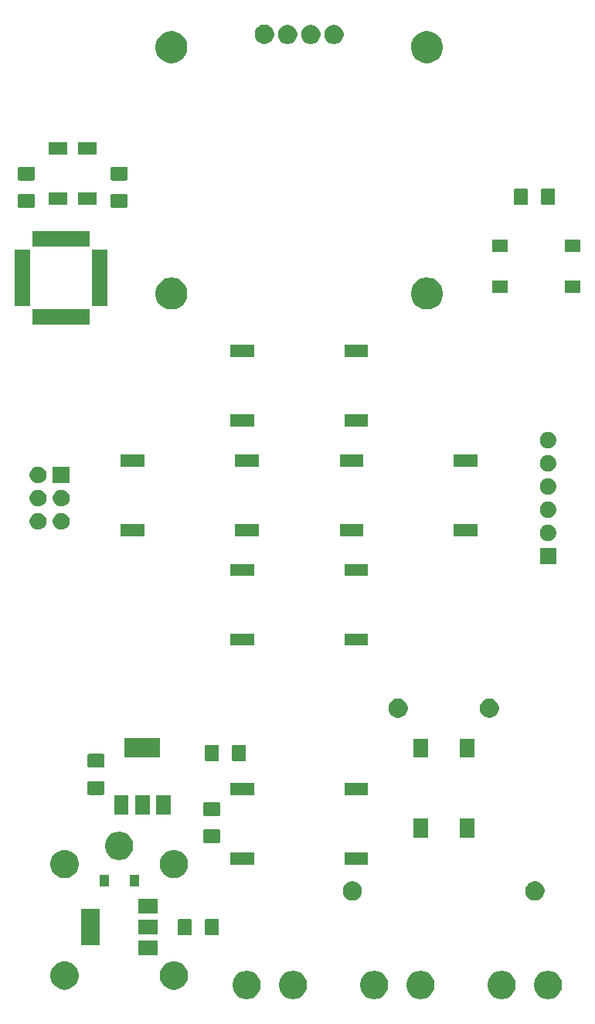
<source format=gbr>
G04 #@! TF.GenerationSoftware,KiCad,Pcbnew,5.1.5+dfsg1-2build2*
G04 #@! TF.CreationDate,2020-07-19T12:41:51+10:00*
G04 #@! TF.ProjectId,grinder_timer,6772696e-6465-4725-9f74-696d65722e6b,rev?*
G04 #@! TF.SameCoordinates,Original*
G04 #@! TF.FileFunction,Soldermask,Top*
G04 #@! TF.FilePolarity,Negative*
%FSLAX46Y46*%
G04 Gerber Fmt 4.6, Leading zero omitted, Abs format (unit mm)*
G04 Created by KiCad (PCBNEW 5.1.5+dfsg1-2build2) date 2020-07-19 12:41:51*
%MOMM*%
%LPD*%
G04 APERTURE LIST*
%ADD10C,0.100000*%
G04 APERTURE END LIST*
D10*
G36*
X65072585Y7871198D02*
G01*
X65222410Y7841396D01*
X65504674Y7724479D01*
X65758705Y7554741D01*
X65974741Y7338705D01*
X66144479Y7084674D01*
X66261396Y6802410D01*
X66321000Y6502760D01*
X66321000Y6197240D01*
X66261396Y5897590D01*
X66144479Y5615326D01*
X65974741Y5361295D01*
X65758705Y5145259D01*
X65504674Y4975521D01*
X65222410Y4858604D01*
X65072585Y4828802D01*
X64922761Y4799000D01*
X64617239Y4799000D01*
X64467415Y4828802D01*
X64317590Y4858604D01*
X64035326Y4975521D01*
X63781295Y5145259D01*
X63565259Y5361295D01*
X63395521Y5615326D01*
X63278604Y5897590D01*
X63219000Y6197240D01*
X63219000Y6502760D01*
X63278604Y6802410D01*
X63395521Y7084674D01*
X63565259Y7338705D01*
X63781295Y7554741D01*
X64035326Y7724479D01*
X64317590Y7841396D01*
X64467415Y7871198D01*
X64617239Y7901000D01*
X64922761Y7901000D01*
X65072585Y7871198D01*
G37*
G36*
X59992585Y7871198D02*
G01*
X60142410Y7841396D01*
X60424674Y7724479D01*
X60678705Y7554741D01*
X60894741Y7338705D01*
X61064479Y7084674D01*
X61181396Y6802410D01*
X61241000Y6502760D01*
X61241000Y6197240D01*
X61181396Y5897590D01*
X61064479Y5615326D01*
X60894741Y5361295D01*
X60678705Y5145259D01*
X60424674Y4975521D01*
X60142410Y4858604D01*
X59992585Y4828802D01*
X59842761Y4799000D01*
X59537239Y4799000D01*
X59387415Y4828802D01*
X59237590Y4858604D01*
X58955326Y4975521D01*
X58701295Y5145259D01*
X58485259Y5361295D01*
X58315521Y5615326D01*
X58198604Y5897590D01*
X58139000Y6197240D01*
X58139000Y6502760D01*
X58198604Y6802410D01*
X58315521Y7084674D01*
X58485259Y7338705D01*
X58701295Y7554741D01*
X58955326Y7724479D01*
X59237590Y7841396D01*
X59387415Y7871198D01*
X59537239Y7901000D01*
X59842761Y7901000D01*
X59992585Y7871198D01*
G37*
G36*
X51102585Y7871198D02*
G01*
X51252410Y7841396D01*
X51534674Y7724479D01*
X51788705Y7554741D01*
X52004741Y7338705D01*
X52174479Y7084674D01*
X52291396Y6802410D01*
X52351000Y6502760D01*
X52351000Y6197240D01*
X52291396Y5897590D01*
X52174479Y5615326D01*
X52004741Y5361295D01*
X51788705Y5145259D01*
X51534674Y4975521D01*
X51252410Y4858604D01*
X51102585Y4828802D01*
X50952761Y4799000D01*
X50647239Y4799000D01*
X50497415Y4828802D01*
X50347590Y4858604D01*
X50065326Y4975521D01*
X49811295Y5145259D01*
X49595259Y5361295D01*
X49425521Y5615326D01*
X49308604Y5897590D01*
X49249000Y6197240D01*
X49249000Y6502760D01*
X49308604Y6802410D01*
X49425521Y7084674D01*
X49595259Y7338705D01*
X49811295Y7554741D01*
X50065326Y7724479D01*
X50347590Y7841396D01*
X50497415Y7871198D01*
X50647239Y7901000D01*
X50952761Y7901000D01*
X51102585Y7871198D01*
G37*
G36*
X46022585Y7871198D02*
G01*
X46172410Y7841396D01*
X46454674Y7724479D01*
X46708705Y7554741D01*
X46924741Y7338705D01*
X47094479Y7084674D01*
X47211396Y6802410D01*
X47271000Y6502760D01*
X47271000Y6197240D01*
X47211396Y5897590D01*
X47094479Y5615326D01*
X46924741Y5361295D01*
X46708705Y5145259D01*
X46454674Y4975521D01*
X46172410Y4858604D01*
X46022585Y4828802D01*
X45872761Y4799000D01*
X45567239Y4799000D01*
X45417415Y4828802D01*
X45267590Y4858604D01*
X44985326Y4975521D01*
X44731295Y5145259D01*
X44515259Y5361295D01*
X44345521Y5615326D01*
X44228604Y5897590D01*
X44169000Y6197240D01*
X44169000Y6502760D01*
X44228604Y6802410D01*
X44345521Y7084674D01*
X44515259Y7338705D01*
X44731295Y7554741D01*
X44985326Y7724479D01*
X45267590Y7841396D01*
X45417415Y7871198D01*
X45567239Y7901000D01*
X45872761Y7901000D01*
X46022585Y7871198D01*
G37*
G36*
X37132585Y7871198D02*
G01*
X37282410Y7841396D01*
X37564674Y7724479D01*
X37818705Y7554741D01*
X38034741Y7338705D01*
X38204479Y7084674D01*
X38321396Y6802410D01*
X38381000Y6502760D01*
X38381000Y6197240D01*
X38321396Y5897590D01*
X38204479Y5615326D01*
X38034741Y5361295D01*
X37818705Y5145259D01*
X37564674Y4975521D01*
X37282410Y4858604D01*
X37132585Y4828802D01*
X36982761Y4799000D01*
X36677239Y4799000D01*
X36527415Y4828802D01*
X36377590Y4858604D01*
X36095326Y4975521D01*
X35841295Y5145259D01*
X35625259Y5361295D01*
X35455521Y5615326D01*
X35338604Y5897590D01*
X35279000Y6197240D01*
X35279000Y6502760D01*
X35338604Y6802410D01*
X35455521Y7084674D01*
X35625259Y7338705D01*
X35841295Y7554741D01*
X36095326Y7724479D01*
X36377590Y7841396D01*
X36527415Y7871198D01*
X36677239Y7901000D01*
X36982761Y7901000D01*
X37132585Y7871198D01*
G37*
G36*
X32052585Y7871198D02*
G01*
X32202410Y7841396D01*
X32484674Y7724479D01*
X32738705Y7554741D01*
X32954741Y7338705D01*
X33124479Y7084674D01*
X33241396Y6802410D01*
X33301000Y6502760D01*
X33301000Y6197240D01*
X33241396Y5897590D01*
X33124479Y5615326D01*
X32954741Y5361295D01*
X32738705Y5145259D01*
X32484674Y4975521D01*
X32202410Y4858604D01*
X32052585Y4828802D01*
X31902761Y4799000D01*
X31597239Y4799000D01*
X31447415Y4828802D01*
X31297590Y4858604D01*
X31015326Y4975521D01*
X30761295Y5145259D01*
X30545259Y5361295D01*
X30375521Y5615326D01*
X30258604Y5897590D01*
X30199000Y6197240D01*
X30199000Y6502760D01*
X30258604Y6802410D01*
X30375521Y7084674D01*
X30545259Y7338705D01*
X30761295Y7554741D01*
X31015326Y7724479D01*
X31297590Y7841396D01*
X31447415Y7871198D01*
X31597239Y7901000D01*
X31902761Y7901000D01*
X32052585Y7871198D01*
G37*
G36*
X24082585Y8911198D02*
G01*
X24232410Y8881396D01*
X24514674Y8764479D01*
X24768705Y8594741D01*
X24984741Y8378705D01*
X25154479Y8124674D01*
X25271396Y7842410D01*
X25331000Y7542760D01*
X25331000Y7237240D01*
X25271396Y6937590D01*
X25154479Y6655326D01*
X24984741Y6401295D01*
X24768705Y6185259D01*
X24514674Y6015521D01*
X24232410Y5898604D01*
X24082585Y5868802D01*
X23932761Y5839000D01*
X23627239Y5839000D01*
X23477415Y5868802D01*
X23327590Y5898604D01*
X23045326Y6015521D01*
X22791295Y6185259D01*
X22575259Y6401295D01*
X22405521Y6655326D01*
X22288604Y6937590D01*
X22229000Y7237240D01*
X22229000Y7542760D01*
X22288604Y7842410D01*
X22405521Y8124674D01*
X22575259Y8378705D01*
X22791295Y8594741D01*
X23045326Y8764479D01*
X23327590Y8881396D01*
X23477415Y8911198D01*
X23627239Y8941000D01*
X23932761Y8941000D01*
X24082585Y8911198D01*
G37*
G36*
X12082585Y8911198D02*
G01*
X12232410Y8881396D01*
X12514674Y8764479D01*
X12768705Y8594741D01*
X12984741Y8378705D01*
X13154479Y8124674D01*
X13271396Y7842410D01*
X13331000Y7542760D01*
X13331000Y7237240D01*
X13271396Y6937590D01*
X13154479Y6655326D01*
X12984741Y6401295D01*
X12768705Y6185259D01*
X12514674Y6015521D01*
X12232410Y5898604D01*
X12082585Y5868802D01*
X11932761Y5839000D01*
X11627239Y5839000D01*
X11477415Y5868802D01*
X11327590Y5898604D01*
X11045326Y6015521D01*
X10791295Y6185259D01*
X10575259Y6401295D01*
X10405521Y6655326D01*
X10288604Y6937590D01*
X10229000Y7237240D01*
X10229000Y7542760D01*
X10288604Y7842410D01*
X10405521Y8124674D01*
X10575259Y8378705D01*
X10791295Y8594741D01*
X11045326Y8764479D01*
X11327590Y8881396D01*
X11477415Y8911198D01*
X11627239Y8941000D01*
X11932761Y8941000D01*
X12082585Y8911198D01*
G37*
G36*
X21981000Y9599000D02*
G01*
X19879000Y9599000D01*
X19879000Y11201000D01*
X21981000Y11201000D01*
X21981000Y9599000D01*
G37*
G36*
X15681000Y10749000D02*
G01*
X13579000Y10749000D01*
X13579000Y14651000D01*
X15681000Y14651000D01*
X15681000Y10749000D01*
G37*
G36*
X25578062Y13621819D02*
G01*
X25612981Y13611226D01*
X25645163Y13594024D01*
X25673373Y13570873D01*
X25696524Y13542663D01*
X25713726Y13510481D01*
X25724319Y13475562D01*
X25728500Y13433105D01*
X25728500Y11966895D01*
X25724319Y11924438D01*
X25713726Y11889519D01*
X25696524Y11857337D01*
X25673373Y11829127D01*
X25645163Y11805976D01*
X25612981Y11788774D01*
X25578062Y11778181D01*
X25535605Y11774000D01*
X24394395Y11774000D01*
X24351938Y11778181D01*
X24317019Y11788774D01*
X24284837Y11805976D01*
X24256627Y11829127D01*
X24233476Y11857337D01*
X24216274Y11889519D01*
X24205681Y11924438D01*
X24201500Y11966895D01*
X24201500Y13433105D01*
X24205681Y13475562D01*
X24216274Y13510481D01*
X24233476Y13542663D01*
X24256627Y13570873D01*
X24284837Y13594024D01*
X24317019Y13611226D01*
X24351938Y13621819D01*
X24394395Y13626000D01*
X25535605Y13626000D01*
X25578062Y13621819D01*
G37*
G36*
X28553062Y13621819D02*
G01*
X28587981Y13611226D01*
X28620163Y13594024D01*
X28648373Y13570873D01*
X28671524Y13542663D01*
X28688726Y13510481D01*
X28699319Y13475562D01*
X28703500Y13433105D01*
X28703500Y11966895D01*
X28699319Y11924438D01*
X28688726Y11889519D01*
X28671524Y11857337D01*
X28648373Y11829127D01*
X28620163Y11805976D01*
X28587981Y11788774D01*
X28553062Y11778181D01*
X28510605Y11774000D01*
X27369395Y11774000D01*
X27326938Y11778181D01*
X27292019Y11788774D01*
X27259837Y11805976D01*
X27231627Y11829127D01*
X27208476Y11857337D01*
X27191274Y11889519D01*
X27180681Y11924438D01*
X27176500Y11966895D01*
X27176500Y13433105D01*
X27180681Y13475562D01*
X27191274Y13510481D01*
X27208476Y13542663D01*
X27231627Y13570873D01*
X27259837Y13594024D01*
X27292019Y13611226D01*
X27326938Y13621819D01*
X27369395Y13626000D01*
X28510605Y13626000D01*
X28553062Y13621819D01*
G37*
G36*
X21981000Y11899000D02*
G01*
X19879000Y11899000D01*
X19879000Y13501000D01*
X21981000Y13501000D01*
X21981000Y11899000D01*
G37*
G36*
X21981000Y14199000D02*
G01*
X19879000Y14199000D01*
X19879000Y15801000D01*
X21981000Y15801000D01*
X21981000Y14199000D01*
G37*
G36*
X43646564Y17680611D02*
G01*
X43837833Y17601385D01*
X43837835Y17601384D01*
X44009973Y17486365D01*
X44156365Y17339973D01*
X44271385Y17167833D01*
X44350611Y16976564D01*
X44391000Y16773516D01*
X44391000Y16566484D01*
X44350611Y16363436D01*
X44271385Y16172167D01*
X44271384Y16172165D01*
X44156365Y16000027D01*
X44009973Y15853635D01*
X43837835Y15738616D01*
X43837834Y15738615D01*
X43837833Y15738615D01*
X43646564Y15659389D01*
X43443516Y15619000D01*
X43236484Y15619000D01*
X43033436Y15659389D01*
X42842167Y15738615D01*
X42842166Y15738615D01*
X42842165Y15738616D01*
X42670027Y15853635D01*
X42523635Y16000027D01*
X42408616Y16172165D01*
X42408615Y16172167D01*
X42329389Y16363436D01*
X42289000Y16566484D01*
X42289000Y16773516D01*
X42329389Y16976564D01*
X42408615Y17167833D01*
X42523635Y17339973D01*
X42670027Y17486365D01*
X42842165Y17601384D01*
X42842167Y17601385D01*
X43033436Y17680611D01*
X43236484Y17721000D01*
X43443516Y17721000D01*
X43646564Y17680611D01*
G37*
G36*
X63646564Y17680611D02*
G01*
X63837833Y17601385D01*
X63837835Y17601384D01*
X64009973Y17486365D01*
X64156365Y17339973D01*
X64271385Y17167833D01*
X64350611Y16976564D01*
X64391000Y16773516D01*
X64391000Y16566484D01*
X64350611Y16363436D01*
X64271385Y16172167D01*
X64271384Y16172165D01*
X64156365Y16000027D01*
X64009973Y15853635D01*
X63837835Y15738616D01*
X63837834Y15738615D01*
X63837833Y15738615D01*
X63646564Y15659389D01*
X63443516Y15619000D01*
X63236484Y15619000D01*
X63033436Y15659389D01*
X62842167Y15738615D01*
X62842166Y15738615D01*
X62842165Y15738616D01*
X62670027Y15853635D01*
X62523635Y16000027D01*
X62408616Y16172165D01*
X62408615Y16172167D01*
X62329389Y16363436D01*
X62289000Y16566484D01*
X62289000Y16773516D01*
X62329389Y16976564D01*
X62408615Y17167833D01*
X62523635Y17339973D01*
X62670027Y17486365D01*
X62842165Y17601384D01*
X62842167Y17601385D01*
X63033436Y17680611D01*
X63236484Y17721000D01*
X63443516Y17721000D01*
X63646564Y17680611D01*
G37*
G36*
X19931000Y17129000D02*
G01*
X18929000Y17129000D01*
X18929000Y18431000D01*
X19931000Y18431000D01*
X19931000Y17129000D01*
G37*
G36*
X16631000Y17129000D02*
G01*
X15629000Y17129000D01*
X15629000Y18431000D01*
X16631000Y18431000D01*
X16631000Y17129000D01*
G37*
G36*
X12082585Y21111198D02*
G01*
X12232410Y21081396D01*
X12514674Y20964479D01*
X12768705Y20794741D01*
X12984741Y20578705D01*
X13154479Y20324674D01*
X13271396Y20042410D01*
X13331000Y19742760D01*
X13331000Y19437240D01*
X13271396Y19137590D01*
X13154479Y18855326D01*
X12984741Y18601295D01*
X12768705Y18385259D01*
X12514674Y18215521D01*
X12232410Y18098604D01*
X12082585Y18068802D01*
X11932761Y18039000D01*
X11627239Y18039000D01*
X11477415Y18068802D01*
X11327590Y18098604D01*
X11045326Y18215521D01*
X10791295Y18385259D01*
X10575259Y18601295D01*
X10405521Y18855326D01*
X10288604Y19137590D01*
X10229000Y19437240D01*
X10229000Y19742760D01*
X10288604Y20042410D01*
X10405521Y20324674D01*
X10575259Y20578705D01*
X10791295Y20794741D01*
X11045326Y20964479D01*
X11327590Y21081396D01*
X11477415Y21111198D01*
X11627239Y21141000D01*
X11932761Y21141000D01*
X12082585Y21111198D01*
G37*
G36*
X24082585Y21111198D02*
G01*
X24232410Y21081396D01*
X24514674Y20964479D01*
X24768705Y20794741D01*
X24984741Y20578705D01*
X25154479Y20324674D01*
X25271396Y20042410D01*
X25331000Y19742760D01*
X25331000Y19437240D01*
X25271396Y19137590D01*
X25154479Y18855326D01*
X24984741Y18601295D01*
X24768705Y18385259D01*
X24514674Y18215521D01*
X24232410Y18098604D01*
X24082585Y18068802D01*
X23932761Y18039000D01*
X23627239Y18039000D01*
X23477415Y18068802D01*
X23327590Y18098604D01*
X23045326Y18215521D01*
X22791295Y18385259D01*
X22575259Y18601295D01*
X22405521Y18855326D01*
X22288604Y19137590D01*
X22229000Y19437240D01*
X22229000Y19742760D01*
X22288604Y20042410D01*
X22405521Y20324674D01*
X22575259Y20578705D01*
X22791295Y20794741D01*
X23045326Y20964479D01*
X23327590Y21081396D01*
X23477415Y21111198D01*
X23627239Y21141000D01*
X23932761Y21141000D01*
X24082585Y21111198D01*
G37*
G36*
X32551000Y19539000D02*
G01*
X29949000Y19539000D01*
X29949000Y20841000D01*
X32551000Y20841000D01*
X32551000Y19539000D01*
G37*
G36*
X45051000Y19539000D02*
G01*
X42449000Y19539000D01*
X42449000Y20841000D01*
X45051000Y20841000D01*
X45051000Y19539000D01*
G37*
G36*
X18082585Y23111198D02*
G01*
X18232410Y23081396D01*
X18514674Y22964479D01*
X18768705Y22794741D01*
X18984741Y22578705D01*
X19154479Y22324674D01*
X19271396Y22042410D01*
X19331000Y21742760D01*
X19331000Y21437240D01*
X19271396Y21137590D01*
X19154479Y20855326D01*
X18984741Y20601295D01*
X18768705Y20385259D01*
X18514674Y20215521D01*
X18232410Y20098604D01*
X18082585Y20068802D01*
X17932761Y20039000D01*
X17627239Y20039000D01*
X17477415Y20068802D01*
X17327590Y20098604D01*
X17045326Y20215521D01*
X16791295Y20385259D01*
X16575259Y20601295D01*
X16405521Y20855326D01*
X16288604Y21137590D01*
X16229000Y21437240D01*
X16229000Y21742760D01*
X16288604Y22042410D01*
X16405521Y22324674D01*
X16575259Y22578705D01*
X16791295Y22794741D01*
X17045326Y22964479D01*
X17327590Y23081396D01*
X17477415Y23111198D01*
X17627239Y23141000D01*
X17932761Y23141000D01*
X18082585Y23111198D01*
G37*
G36*
X28715562Y23401819D02*
G01*
X28750481Y23391226D01*
X28782663Y23374024D01*
X28810873Y23350873D01*
X28834024Y23322663D01*
X28851226Y23290481D01*
X28861819Y23255562D01*
X28866000Y23213105D01*
X28866000Y22071895D01*
X28861819Y22029438D01*
X28851226Y21994519D01*
X28834024Y21962337D01*
X28810873Y21934127D01*
X28782663Y21910976D01*
X28750481Y21893774D01*
X28715562Y21883181D01*
X28673105Y21879000D01*
X27206895Y21879000D01*
X27164438Y21883181D01*
X27129519Y21893774D01*
X27097337Y21910976D01*
X27069127Y21934127D01*
X27045976Y21962337D01*
X27028774Y21994519D01*
X27018181Y22029438D01*
X27014000Y22071895D01*
X27014000Y23213105D01*
X27018181Y23255562D01*
X27028774Y23290481D01*
X27045976Y23322663D01*
X27069127Y23350873D01*
X27097337Y23374024D01*
X27129519Y23391226D01*
X27164438Y23401819D01*
X27206895Y23406000D01*
X28673105Y23406000D01*
X28715562Y23401819D01*
G37*
G36*
X56691000Y22519000D02*
G01*
X55089000Y22519000D01*
X55089000Y24621000D01*
X56691000Y24621000D01*
X56691000Y22519000D01*
G37*
G36*
X51591000Y22519000D02*
G01*
X49989000Y22519000D01*
X49989000Y24621000D01*
X51591000Y24621000D01*
X51591000Y22519000D01*
G37*
G36*
X28715562Y26376819D02*
G01*
X28750481Y26366226D01*
X28782663Y26349024D01*
X28810873Y26325873D01*
X28834024Y26297663D01*
X28851226Y26265481D01*
X28861819Y26230562D01*
X28866000Y26188105D01*
X28866000Y25046895D01*
X28861819Y25004438D01*
X28851226Y24969519D01*
X28834024Y24937337D01*
X28810873Y24909127D01*
X28782663Y24885976D01*
X28750481Y24868774D01*
X28715562Y24858181D01*
X28673105Y24854000D01*
X27206895Y24854000D01*
X27164438Y24858181D01*
X27129519Y24868774D01*
X27097337Y24885976D01*
X27069127Y24909127D01*
X27045976Y24937337D01*
X27028774Y24969519D01*
X27018181Y25004438D01*
X27014000Y25046895D01*
X27014000Y26188105D01*
X27018181Y26230562D01*
X27028774Y26265481D01*
X27045976Y26297663D01*
X27069127Y26325873D01*
X27097337Y26349024D01*
X27129519Y26366226D01*
X27164438Y26376819D01*
X27206895Y26381000D01*
X28673105Y26381000D01*
X28715562Y26376819D01*
G37*
G36*
X18821000Y25009000D02*
G01*
X17219000Y25009000D01*
X17219000Y27111000D01*
X18821000Y27111000D01*
X18821000Y25009000D01*
G37*
G36*
X21121000Y25009000D02*
G01*
X19519000Y25009000D01*
X19519000Y27111000D01*
X21121000Y27111000D01*
X21121000Y25009000D01*
G37*
G36*
X23421000Y25009000D02*
G01*
X21819000Y25009000D01*
X21819000Y27111000D01*
X23421000Y27111000D01*
X23421000Y25009000D01*
G37*
G36*
X45051000Y27159000D02*
G01*
X42449000Y27159000D01*
X42449000Y28461000D01*
X45051000Y28461000D01*
X45051000Y27159000D01*
G37*
G36*
X32551000Y27159000D02*
G01*
X29949000Y27159000D01*
X29949000Y28461000D01*
X32551000Y28461000D01*
X32551000Y27159000D01*
G37*
G36*
X16015562Y28699319D02*
G01*
X16050481Y28688726D01*
X16082663Y28671524D01*
X16110873Y28648373D01*
X16134024Y28620163D01*
X16151226Y28587981D01*
X16161819Y28553062D01*
X16166000Y28510605D01*
X16166000Y27369395D01*
X16161819Y27326938D01*
X16151226Y27292019D01*
X16134024Y27259837D01*
X16110873Y27231627D01*
X16082663Y27208476D01*
X16050481Y27191274D01*
X16015562Y27180681D01*
X15973105Y27176500D01*
X14506895Y27176500D01*
X14464438Y27180681D01*
X14429519Y27191274D01*
X14397337Y27208476D01*
X14369127Y27231627D01*
X14345976Y27259837D01*
X14328774Y27292019D01*
X14318181Y27326938D01*
X14314000Y27369395D01*
X14314000Y28510605D01*
X14318181Y28553062D01*
X14328774Y28587981D01*
X14345976Y28620163D01*
X14369127Y28648373D01*
X14397337Y28671524D01*
X14429519Y28688726D01*
X14464438Y28699319D01*
X14506895Y28703500D01*
X15973105Y28703500D01*
X16015562Y28699319D01*
G37*
G36*
X16015562Y31674319D02*
G01*
X16050481Y31663726D01*
X16082663Y31646524D01*
X16110873Y31623373D01*
X16134024Y31595163D01*
X16151226Y31562981D01*
X16161819Y31528062D01*
X16166000Y31485605D01*
X16166000Y30344395D01*
X16161819Y30301938D01*
X16151226Y30267019D01*
X16134024Y30234837D01*
X16110873Y30206627D01*
X16082663Y30183476D01*
X16050481Y30166274D01*
X16015562Y30155681D01*
X15973105Y30151500D01*
X14506895Y30151500D01*
X14464438Y30155681D01*
X14429519Y30166274D01*
X14397337Y30183476D01*
X14369127Y30206627D01*
X14345976Y30234837D01*
X14328774Y30267019D01*
X14318181Y30301938D01*
X14314000Y30344395D01*
X14314000Y31485605D01*
X14318181Y31528062D01*
X14328774Y31562981D01*
X14345976Y31595163D01*
X14369127Y31623373D01*
X14397337Y31646524D01*
X14429519Y31663726D01*
X14464438Y31674319D01*
X14506895Y31678500D01*
X15973105Y31678500D01*
X16015562Y31674319D01*
G37*
G36*
X28553062Y32671819D02*
G01*
X28587981Y32661226D01*
X28620163Y32644024D01*
X28648373Y32620873D01*
X28671524Y32592663D01*
X28688726Y32560481D01*
X28699319Y32525562D01*
X28703500Y32483105D01*
X28703500Y31016895D01*
X28699319Y30974438D01*
X28688726Y30939519D01*
X28671524Y30907337D01*
X28648373Y30879127D01*
X28620163Y30855976D01*
X28587981Y30838774D01*
X28553062Y30828181D01*
X28510605Y30824000D01*
X27369395Y30824000D01*
X27326938Y30828181D01*
X27292019Y30838774D01*
X27259837Y30855976D01*
X27231627Y30879127D01*
X27208476Y30907337D01*
X27191274Y30939519D01*
X27180681Y30974438D01*
X27176500Y31016895D01*
X27176500Y32483105D01*
X27180681Y32525562D01*
X27191274Y32560481D01*
X27208476Y32592663D01*
X27231627Y32620873D01*
X27259837Y32644024D01*
X27292019Y32661226D01*
X27326938Y32671819D01*
X27369395Y32676000D01*
X28510605Y32676000D01*
X28553062Y32671819D01*
G37*
G36*
X31528062Y32671819D02*
G01*
X31562981Y32661226D01*
X31595163Y32644024D01*
X31623373Y32620873D01*
X31646524Y32592663D01*
X31663726Y32560481D01*
X31674319Y32525562D01*
X31678500Y32483105D01*
X31678500Y31016895D01*
X31674319Y30974438D01*
X31663726Y30939519D01*
X31646524Y30907337D01*
X31623373Y30879127D01*
X31595163Y30855976D01*
X31562981Y30838774D01*
X31528062Y30828181D01*
X31485605Y30824000D01*
X30344395Y30824000D01*
X30301938Y30828181D01*
X30267019Y30838774D01*
X30234837Y30855976D01*
X30206627Y30879127D01*
X30183476Y30907337D01*
X30166274Y30939519D01*
X30155681Y30974438D01*
X30151500Y31016895D01*
X30151500Y32483105D01*
X30155681Y32525562D01*
X30166274Y32560481D01*
X30183476Y32592663D01*
X30206627Y32620873D01*
X30234837Y32644024D01*
X30267019Y32661226D01*
X30301938Y32671819D01*
X30344395Y32676000D01*
X31485605Y32676000D01*
X31528062Y32671819D01*
G37*
G36*
X51591000Y31259000D02*
G01*
X49989000Y31259000D01*
X49989000Y33361000D01*
X51591000Y33361000D01*
X51591000Y31259000D01*
G37*
G36*
X56691000Y31259000D02*
G01*
X55089000Y31259000D01*
X55089000Y33361000D01*
X56691000Y33361000D01*
X56691000Y31259000D01*
G37*
G36*
X22271000Y31309000D02*
G01*
X18369000Y31309000D01*
X18369000Y33411000D01*
X22271000Y33411000D01*
X22271000Y31309000D01*
G37*
G36*
X48646564Y37680611D02*
G01*
X48837833Y37601385D01*
X48837835Y37601384D01*
X49009973Y37486365D01*
X49156365Y37339973D01*
X49271385Y37167833D01*
X49350611Y36976564D01*
X49391000Y36773516D01*
X49391000Y36566484D01*
X49350611Y36363436D01*
X49271385Y36172167D01*
X49271384Y36172165D01*
X49156365Y36000027D01*
X49009973Y35853635D01*
X48837835Y35738616D01*
X48837834Y35738615D01*
X48837833Y35738615D01*
X48646564Y35659389D01*
X48443516Y35619000D01*
X48236484Y35619000D01*
X48033436Y35659389D01*
X47842167Y35738615D01*
X47842166Y35738615D01*
X47842165Y35738616D01*
X47670027Y35853635D01*
X47523635Y36000027D01*
X47408616Y36172165D01*
X47408615Y36172167D01*
X47329389Y36363436D01*
X47289000Y36566484D01*
X47289000Y36773516D01*
X47329389Y36976564D01*
X47408615Y37167833D01*
X47523635Y37339973D01*
X47670027Y37486365D01*
X47842165Y37601384D01*
X47842167Y37601385D01*
X48033436Y37680611D01*
X48236484Y37721000D01*
X48443516Y37721000D01*
X48646564Y37680611D01*
G37*
G36*
X58646564Y37680611D02*
G01*
X58837833Y37601385D01*
X58837835Y37601384D01*
X59009973Y37486365D01*
X59156365Y37339973D01*
X59271385Y37167833D01*
X59350611Y36976564D01*
X59391000Y36773516D01*
X59391000Y36566484D01*
X59350611Y36363436D01*
X59271385Y36172167D01*
X59271384Y36172165D01*
X59156365Y36000027D01*
X59009973Y35853635D01*
X58837835Y35738616D01*
X58837834Y35738615D01*
X58837833Y35738615D01*
X58646564Y35659389D01*
X58443516Y35619000D01*
X58236484Y35619000D01*
X58033436Y35659389D01*
X57842167Y35738615D01*
X57842166Y35738615D01*
X57842165Y35738616D01*
X57670027Y35853635D01*
X57523635Y36000027D01*
X57408616Y36172165D01*
X57408615Y36172167D01*
X57329389Y36363436D01*
X57289000Y36566484D01*
X57289000Y36773516D01*
X57329389Y36976564D01*
X57408615Y37167833D01*
X57523635Y37339973D01*
X57670027Y37486365D01*
X57842165Y37601384D01*
X57842167Y37601385D01*
X58033436Y37680611D01*
X58236484Y37721000D01*
X58443516Y37721000D01*
X58646564Y37680611D01*
G37*
G36*
X45051000Y43539000D02*
G01*
X42449000Y43539000D01*
X42449000Y44841000D01*
X45051000Y44841000D01*
X45051000Y43539000D01*
G37*
G36*
X32551000Y43539000D02*
G01*
X29949000Y43539000D01*
X29949000Y44841000D01*
X32551000Y44841000D01*
X32551000Y43539000D01*
G37*
G36*
X45051000Y51159000D02*
G01*
X42449000Y51159000D01*
X42449000Y52461000D01*
X45051000Y52461000D01*
X45051000Y51159000D01*
G37*
G36*
X32551000Y51159000D02*
G01*
X29949000Y51159000D01*
X29949000Y52461000D01*
X32551000Y52461000D01*
X32551000Y51159000D01*
G37*
G36*
X65671000Y52439000D02*
G01*
X63869000Y52439000D01*
X63869000Y54241000D01*
X65671000Y54241000D01*
X65671000Y52439000D01*
G37*
G36*
X64883512Y56776073D02*
G01*
X65032812Y56746376D01*
X65196784Y56678456D01*
X65344354Y56579853D01*
X65469853Y56454354D01*
X65568456Y56306784D01*
X65636376Y56142812D01*
X65671000Y55968741D01*
X65671000Y55791259D01*
X65636376Y55617188D01*
X65568456Y55453216D01*
X65469853Y55305646D01*
X65344354Y55180147D01*
X65196784Y55081544D01*
X65032812Y55013624D01*
X64883512Y54983927D01*
X64858742Y54979000D01*
X64681258Y54979000D01*
X64656488Y54983927D01*
X64507188Y55013624D01*
X64343216Y55081544D01*
X64195646Y55180147D01*
X64070147Y55305646D01*
X63971544Y55453216D01*
X63903624Y55617188D01*
X63869000Y55791259D01*
X63869000Y55968741D01*
X63903624Y56142812D01*
X63971544Y56306784D01*
X64070147Y56454354D01*
X64195646Y56579853D01*
X64343216Y56678456D01*
X64507188Y56746376D01*
X64656488Y56776073D01*
X64681258Y56781000D01*
X64858742Y56781000D01*
X64883512Y56776073D01*
G37*
G36*
X57051000Y55539000D02*
G01*
X54449000Y55539000D01*
X54449000Y56841000D01*
X57051000Y56841000D01*
X57051000Y55539000D01*
G37*
G36*
X33051000Y55539000D02*
G01*
X30449000Y55539000D01*
X30449000Y56841000D01*
X33051000Y56841000D01*
X33051000Y55539000D01*
G37*
G36*
X20551000Y55539000D02*
G01*
X17949000Y55539000D01*
X17949000Y56841000D01*
X20551000Y56841000D01*
X20551000Y55539000D01*
G37*
G36*
X44551000Y55539000D02*
G01*
X41949000Y55539000D01*
X41949000Y56841000D01*
X44551000Y56841000D01*
X44551000Y55539000D01*
G37*
G36*
X9156778Y58029453D02*
G01*
X9323224Y57960509D01*
X9473022Y57860417D01*
X9600417Y57733022D01*
X9700509Y57583224D01*
X9769453Y57416778D01*
X9804600Y57240082D01*
X9804600Y57059918D01*
X9769453Y56883222D01*
X9700509Y56716776D01*
X9600417Y56566978D01*
X9473022Y56439583D01*
X9323224Y56339491D01*
X9156778Y56270547D01*
X8980082Y56235400D01*
X8799918Y56235400D01*
X8623222Y56270547D01*
X8456776Y56339491D01*
X8306978Y56439583D01*
X8179583Y56566978D01*
X8079491Y56716776D01*
X8010547Y56883222D01*
X7975400Y57059918D01*
X7975400Y57240082D01*
X8010547Y57416778D01*
X8079491Y57583224D01*
X8179583Y57733022D01*
X8306978Y57860417D01*
X8456776Y57960509D01*
X8623222Y58029453D01*
X8799918Y58064600D01*
X8980082Y58064600D01*
X9156778Y58029453D01*
G37*
G36*
X11696778Y58029453D02*
G01*
X11863224Y57960509D01*
X12013022Y57860417D01*
X12140417Y57733022D01*
X12240509Y57583224D01*
X12309453Y57416778D01*
X12344600Y57240082D01*
X12344600Y57059918D01*
X12309453Y56883222D01*
X12240509Y56716776D01*
X12140417Y56566978D01*
X12013022Y56439583D01*
X11863224Y56339491D01*
X11696778Y56270547D01*
X11520082Y56235400D01*
X11339918Y56235400D01*
X11163222Y56270547D01*
X10996776Y56339491D01*
X10846978Y56439583D01*
X10719583Y56566978D01*
X10619491Y56716776D01*
X10550547Y56883222D01*
X10515400Y57059918D01*
X10515400Y57240082D01*
X10550547Y57416778D01*
X10619491Y57583224D01*
X10719583Y57733022D01*
X10846978Y57860417D01*
X10996776Y57960509D01*
X11163222Y58029453D01*
X11339918Y58064600D01*
X11520082Y58064600D01*
X11696778Y58029453D01*
G37*
G36*
X64883512Y59316073D02*
G01*
X65032812Y59286376D01*
X65196784Y59218456D01*
X65344354Y59119853D01*
X65469853Y58994354D01*
X65568456Y58846784D01*
X65636376Y58682812D01*
X65671000Y58508741D01*
X65671000Y58331259D01*
X65636376Y58157188D01*
X65568456Y57993216D01*
X65469853Y57845646D01*
X65344354Y57720147D01*
X65196784Y57621544D01*
X65032812Y57553624D01*
X64883512Y57523927D01*
X64858742Y57519000D01*
X64681258Y57519000D01*
X64656488Y57523927D01*
X64507188Y57553624D01*
X64343216Y57621544D01*
X64195646Y57720147D01*
X64070147Y57845646D01*
X63971544Y57993216D01*
X63903624Y58157188D01*
X63869000Y58331259D01*
X63869000Y58508741D01*
X63903624Y58682812D01*
X63971544Y58846784D01*
X64070147Y58994354D01*
X64195646Y59119853D01*
X64343216Y59218456D01*
X64507188Y59286376D01*
X64656488Y59316073D01*
X64681258Y59321000D01*
X64858742Y59321000D01*
X64883512Y59316073D01*
G37*
G36*
X11696778Y60569453D02*
G01*
X11863224Y60500509D01*
X12013022Y60400417D01*
X12140417Y60273022D01*
X12240509Y60123224D01*
X12309453Y59956778D01*
X12344600Y59780082D01*
X12344600Y59599918D01*
X12309453Y59423222D01*
X12240509Y59256776D01*
X12140417Y59106978D01*
X12013022Y58979583D01*
X11863224Y58879491D01*
X11696778Y58810547D01*
X11520082Y58775400D01*
X11339918Y58775400D01*
X11163222Y58810547D01*
X10996776Y58879491D01*
X10846978Y58979583D01*
X10719583Y59106978D01*
X10619491Y59256776D01*
X10550547Y59423222D01*
X10515400Y59599918D01*
X10515400Y59780082D01*
X10550547Y59956778D01*
X10619491Y60123224D01*
X10719583Y60273022D01*
X10846978Y60400417D01*
X10996776Y60500509D01*
X11163222Y60569453D01*
X11339918Y60604600D01*
X11520082Y60604600D01*
X11696778Y60569453D01*
G37*
G36*
X9156778Y60569453D02*
G01*
X9323224Y60500509D01*
X9473022Y60400417D01*
X9600417Y60273022D01*
X9700509Y60123224D01*
X9769453Y59956778D01*
X9804600Y59780082D01*
X9804600Y59599918D01*
X9769453Y59423222D01*
X9700509Y59256776D01*
X9600417Y59106978D01*
X9473022Y58979583D01*
X9323224Y58879491D01*
X9156778Y58810547D01*
X8980082Y58775400D01*
X8799918Y58775400D01*
X8623222Y58810547D01*
X8456776Y58879491D01*
X8306978Y58979583D01*
X8179583Y59106978D01*
X8079491Y59256776D01*
X8010547Y59423222D01*
X7975400Y59599918D01*
X7975400Y59780082D01*
X8010547Y59956778D01*
X8079491Y60123224D01*
X8179583Y60273022D01*
X8306978Y60400417D01*
X8456776Y60500509D01*
X8623222Y60569453D01*
X8799918Y60604600D01*
X8980082Y60604600D01*
X9156778Y60569453D01*
G37*
G36*
X64883512Y61856073D02*
G01*
X65032812Y61826376D01*
X65196784Y61758456D01*
X65344354Y61659853D01*
X65469853Y61534354D01*
X65568456Y61386784D01*
X65636376Y61222812D01*
X65671000Y61048741D01*
X65671000Y60871259D01*
X65636376Y60697188D01*
X65568456Y60533216D01*
X65469853Y60385646D01*
X65344354Y60260147D01*
X65196784Y60161544D01*
X65032812Y60093624D01*
X64883512Y60063927D01*
X64858742Y60059000D01*
X64681258Y60059000D01*
X64656488Y60063927D01*
X64507188Y60093624D01*
X64343216Y60161544D01*
X64195646Y60260147D01*
X64070147Y60385646D01*
X63971544Y60533216D01*
X63903624Y60697188D01*
X63869000Y60871259D01*
X63869000Y61048741D01*
X63903624Y61222812D01*
X63971544Y61386784D01*
X64070147Y61534354D01*
X64195646Y61659853D01*
X64343216Y61758456D01*
X64507188Y61826376D01*
X64656488Y61856073D01*
X64681258Y61861000D01*
X64858742Y61861000D01*
X64883512Y61856073D01*
G37*
G36*
X9156778Y63109453D02*
G01*
X9323224Y63040509D01*
X9473022Y62940417D01*
X9600417Y62813022D01*
X9700509Y62663224D01*
X9769453Y62496778D01*
X9804600Y62320082D01*
X9804600Y62139918D01*
X9769453Y61963222D01*
X9700509Y61796776D01*
X9600417Y61646978D01*
X9473022Y61519583D01*
X9323224Y61419491D01*
X9156778Y61350547D01*
X8980082Y61315400D01*
X8799918Y61315400D01*
X8623222Y61350547D01*
X8456776Y61419491D01*
X8306978Y61519583D01*
X8179583Y61646978D01*
X8079491Y61796776D01*
X8010547Y61963222D01*
X7975400Y62139918D01*
X7975400Y62320082D01*
X8010547Y62496778D01*
X8079491Y62663224D01*
X8179583Y62813022D01*
X8306978Y62940417D01*
X8456776Y63040509D01*
X8623222Y63109453D01*
X8799918Y63144600D01*
X8980082Y63144600D01*
X9156778Y63109453D01*
G37*
G36*
X12344600Y61315400D02*
G01*
X10515400Y61315400D01*
X10515400Y63144600D01*
X12344600Y63144600D01*
X12344600Y61315400D01*
G37*
G36*
X64883512Y64396073D02*
G01*
X65032812Y64366376D01*
X65196784Y64298456D01*
X65344354Y64199853D01*
X65469853Y64074354D01*
X65568456Y63926784D01*
X65636376Y63762812D01*
X65671000Y63588741D01*
X65671000Y63411259D01*
X65636376Y63237188D01*
X65568456Y63073216D01*
X65469853Y62925646D01*
X65344354Y62800147D01*
X65196784Y62701544D01*
X65032812Y62633624D01*
X64883512Y62603927D01*
X64858742Y62599000D01*
X64681258Y62599000D01*
X64656488Y62603927D01*
X64507188Y62633624D01*
X64343216Y62701544D01*
X64195646Y62800147D01*
X64070147Y62925646D01*
X63971544Y63073216D01*
X63903624Y63237188D01*
X63869000Y63411259D01*
X63869000Y63588741D01*
X63903624Y63762812D01*
X63971544Y63926784D01*
X64070147Y64074354D01*
X64195646Y64199853D01*
X64343216Y64298456D01*
X64507188Y64366376D01*
X64656488Y64396073D01*
X64681258Y64401000D01*
X64858742Y64401000D01*
X64883512Y64396073D01*
G37*
G36*
X44551000Y63159000D02*
G01*
X41949000Y63159000D01*
X41949000Y64461000D01*
X44551000Y64461000D01*
X44551000Y63159000D01*
G37*
G36*
X20551000Y63159000D02*
G01*
X17949000Y63159000D01*
X17949000Y64461000D01*
X20551000Y64461000D01*
X20551000Y63159000D01*
G37*
G36*
X57051000Y63159000D02*
G01*
X54449000Y63159000D01*
X54449000Y64461000D01*
X57051000Y64461000D01*
X57051000Y63159000D01*
G37*
G36*
X33051000Y63159000D02*
G01*
X30449000Y63159000D01*
X30449000Y64461000D01*
X33051000Y64461000D01*
X33051000Y63159000D01*
G37*
G36*
X64883512Y66936073D02*
G01*
X65032812Y66906376D01*
X65196784Y66838456D01*
X65344354Y66739853D01*
X65469853Y66614354D01*
X65568456Y66466784D01*
X65636376Y66302812D01*
X65671000Y66128741D01*
X65671000Y65951259D01*
X65636376Y65777188D01*
X65568456Y65613216D01*
X65469853Y65465646D01*
X65344354Y65340147D01*
X65196784Y65241544D01*
X65032812Y65173624D01*
X64883512Y65143927D01*
X64858742Y65139000D01*
X64681258Y65139000D01*
X64656488Y65143927D01*
X64507188Y65173624D01*
X64343216Y65241544D01*
X64195646Y65340147D01*
X64070147Y65465646D01*
X63971544Y65613216D01*
X63903624Y65777188D01*
X63869000Y65951259D01*
X63869000Y66128741D01*
X63903624Y66302812D01*
X63971544Y66466784D01*
X64070147Y66614354D01*
X64195646Y66739853D01*
X64343216Y66838456D01*
X64507188Y66906376D01*
X64656488Y66936073D01*
X64681258Y66941000D01*
X64858742Y66941000D01*
X64883512Y66936073D01*
G37*
G36*
X45051000Y67539000D02*
G01*
X42449000Y67539000D01*
X42449000Y68841000D01*
X45051000Y68841000D01*
X45051000Y67539000D01*
G37*
G36*
X32551000Y67539000D02*
G01*
X29949000Y67539000D01*
X29949000Y68841000D01*
X32551000Y68841000D01*
X32551000Y67539000D01*
G37*
G36*
X45051000Y75159000D02*
G01*
X42449000Y75159000D01*
X42449000Y76461000D01*
X45051000Y76461000D01*
X45051000Y75159000D01*
G37*
G36*
X32551000Y75159000D02*
G01*
X29949000Y75159000D01*
X29949000Y76461000D01*
X32551000Y76461000D01*
X32551000Y75159000D01*
G37*
G36*
X14556000Y78719000D02*
G01*
X8304000Y78719000D01*
X8304000Y80421000D01*
X14556000Y80421000D01*
X14556000Y78719000D01*
G37*
G36*
X23897985Y83816140D02*
G01*
X24010748Y83793710D01*
X24125930Y83746000D01*
X24329408Y83661717D01*
X24616196Y83470091D01*
X24860091Y83226196D01*
X25051717Y82939408D01*
X25183710Y82620747D01*
X25251000Y82282460D01*
X25251000Y81937540D01*
X25183710Y81599253D01*
X25051717Y81280592D01*
X24860091Y80993804D01*
X24616196Y80749909D01*
X24329408Y80558283D01*
X24142741Y80480963D01*
X24010748Y80426290D01*
X23984153Y80421000D01*
X23672460Y80359000D01*
X23327540Y80359000D01*
X23015847Y80421000D01*
X22989252Y80426290D01*
X22857259Y80480963D01*
X22670592Y80558283D01*
X22383804Y80749909D01*
X22139909Y80993804D01*
X21948283Y81280592D01*
X21816290Y81599253D01*
X21749000Y81937540D01*
X21749000Y82282460D01*
X21816290Y82620747D01*
X21948283Y82939408D01*
X22139909Y83226196D01*
X22383804Y83470091D01*
X22670592Y83661717D01*
X22874070Y83746000D01*
X22989252Y83793710D01*
X23102015Y83816140D01*
X23327540Y83861000D01*
X23672460Y83861000D01*
X23897985Y83816140D01*
G37*
G36*
X51897985Y83816140D02*
G01*
X52010748Y83793710D01*
X52125930Y83746000D01*
X52329408Y83661717D01*
X52616196Y83470091D01*
X52860091Y83226196D01*
X53051717Y82939408D01*
X53183710Y82620747D01*
X53251000Y82282460D01*
X53251000Y81937540D01*
X53183710Y81599253D01*
X53051717Y81280592D01*
X52860091Y80993804D01*
X52616196Y80749909D01*
X52329408Y80558283D01*
X52142741Y80480963D01*
X52010748Y80426290D01*
X51984153Y80421000D01*
X51672460Y80359000D01*
X51327540Y80359000D01*
X51015847Y80421000D01*
X50989252Y80426290D01*
X50857259Y80480963D01*
X50670592Y80558283D01*
X50383804Y80749909D01*
X50139909Y80993804D01*
X49948283Y81280592D01*
X49816290Y81599253D01*
X49749000Y81937540D01*
X49749000Y82282460D01*
X49816290Y82620747D01*
X49948283Y82939408D01*
X50139909Y83226196D01*
X50383804Y83470091D01*
X50670592Y83661717D01*
X50874070Y83746000D01*
X50989252Y83793710D01*
X51102015Y83816140D01*
X51327540Y83861000D01*
X51672460Y83861000D01*
X51897985Y83816140D01*
G37*
G36*
X16531000Y80694000D02*
G01*
X14829000Y80694000D01*
X14829000Y86946000D01*
X16531000Y86946000D01*
X16531000Y80694000D01*
G37*
G36*
X8031000Y80694000D02*
G01*
X6329000Y80694000D01*
X6329000Y86946000D01*
X8031000Y86946000D01*
X8031000Y80694000D01*
G37*
G36*
X60351000Y82139000D02*
G01*
X58699000Y82139000D01*
X58699000Y83541000D01*
X60351000Y83541000D01*
X60351000Y82139000D01*
G37*
G36*
X68301000Y82139000D02*
G01*
X66649000Y82139000D01*
X66649000Y83541000D01*
X68301000Y83541000D01*
X68301000Y82139000D01*
G37*
G36*
X68301000Y86639000D02*
G01*
X66649000Y86639000D01*
X66649000Y88041000D01*
X68301000Y88041000D01*
X68301000Y86639000D01*
G37*
G36*
X60351000Y86639000D02*
G01*
X58699000Y86639000D01*
X58699000Y88041000D01*
X60351000Y88041000D01*
X60351000Y86639000D01*
G37*
G36*
X14556000Y87219000D02*
G01*
X8304000Y87219000D01*
X8304000Y88921000D01*
X14556000Y88921000D01*
X14556000Y87219000D01*
G37*
G36*
X8395562Y93034319D02*
G01*
X8430481Y93023726D01*
X8462663Y93006524D01*
X8490873Y92983373D01*
X8514024Y92955163D01*
X8531226Y92922981D01*
X8541819Y92888062D01*
X8546000Y92845605D01*
X8546000Y91704395D01*
X8541819Y91661938D01*
X8531226Y91627019D01*
X8514024Y91594837D01*
X8490873Y91566627D01*
X8462663Y91543476D01*
X8430481Y91526274D01*
X8395562Y91515681D01*
X8353105Y91511500D01*
X6886895Y91511500D01*
X6844438Y91515681D01*
X6809519Y91526274D01*
X6777337Y91543476D01*
X6749127Y91566627D01*
X6725976Y91594837D01*
X6708774Y91627019D01*
X6698181Y91661938D01*
X6694000Y91704395D01*
X6694000Y92845605D01*
X6698181Y92888062D01*
X6708774Y92922981D01*
X6725976Y92955163D01*
X6749127Y92983373D01*
X6777337Y93006524D01*
X6809519Y93023726D01*
X6844438Y93034319D01*
X6886895Y93038500D01*
X8353105Y93038500D01*
X8395562Y93034319D01*
G37*
G36*
X18555562Y93034319D02*
G01*
X18590481Y93023726D01*
X18622663Y93006524D01*
X18650873Y92983373D01*
X18674024Y92955163D01*
X18691226Y92922981D01*
X18701819Y92888062D01*
X18706000Y92845605D01*
X18706000Y91704395D01*
X18701819Y91661938D01*
X18691226Y91627019D01*
X18674024Y91594837D01*
X18650873Y91566627D01*
X18622663Y91543476D01*
X18590481Y91526274D01*
X18555562Y91515681D01*
X18513105Y91511500D01*
X17046895Y91511500D01*
X17004438Y91515681D01*
X16969519Y91526274D01*
X16937337Y91543476D01*
X16909127Y91566627D01*
X16885976Y91594837D01*
X16868774Y91627019D01*
X16858181Y91661938D01*
X16854000Y91704395D01*
X16854000Y92845605D01*
X16858181Y92888062D01*
X16868774Y92922981D01*
X16885976Y92955163D01*
X16909127Y92983373D01*
X16937337Y93006524D01*
X16969519Y93023726D01*
X17004438Y93034319D01*
X17046895Y93038500D01*
X18513105Y93038500D01*
X18555562Y93034319D01*
G37*
G36*
X62408062Y93631819D02*
G01*
X62442981Y93621226D01*
X62475163Y93604024D01*
X62503373Y93580873D01*
X62526524Y93552663D01*
X62543726Y93520481D01*
X62554319Y93485562D01*
X62558500Y93443105D01*
X62558500Y91976895D01*
X62554319Y91934438D01*
X62543726Y91899519D01*
X62526524Y91867337D01*
X62503373Y91839127D01*
X62475163Y91815976D01*
X62442981Y91798774D01*
X62408062Y91788181D01*
X62365605Y91784000D01*
X61224395Y91784000D01*
X61181938Y91788181D01*
X61147019Y91798774D01*
X61114837Y91815976D01*
X61086627Y91839127D01*
X61063476Y91867337D01*
X61046274Y91899519D01*
X61035681Y91934438D01*
X61031500Y91976895D01*
X61031500Y93443105D01*
X61035681Y93485562D01*
X61046274Y93520481D01*
X61063476Y93552663D01*
X61086627Y93580873D01*
X61114837Y93604024D01*
X61147019Y93621226D01*
X61181938Y93631819D01*
X61224395Y93636000D01*
X62365605Y93636000D01*
X62408062Y93631819D01*
G37*
G36*
X65383062Y93631819D02*
G01*
X65417981Y93621226D01*
X65450163Y93604024D01*
X65478373Y93580873D01*
X65501524Y93552663D01*
X65518726Y93520481D01*
X65529319Y93485562D01*
X65533500Y93443105D01*
X65533500Y91976895D01*
X65529319Y91934438D01*
X65518726Y91899519D01*
X65501524Y91867337D01*
X65478373Y91839127D01*
X65450163Y91815976D01*
X65417981Y91798774D01*
X65383062Y91788181D01*
X65340605Y91784000D01*
X64199395Y91784000D01*
X64156938Y91788181D01*
X64122019Y91798774D01*
X64089837Y91815976D01*
X64061627Y91839127D01*
X64038476Y91867337D01*
X64021274Y91899519D01*
X64010681Y91934438D01*
X64006500Y91976895D01*
X64006500Y93443105D01*
X64010681Y93485562D01*
X64021274Y93520481D01*
X64038476Y93552663D01*
X64061627Y93580873D01*
X64089837Y93604024D01*
X64122019Y93621226D01*
X64156938Y93631819D01*
X64199395Y93636000D01*
X65340605Y93636000D01*
X65383062Y93631819D01*
G37*
G36*
X12101000Y91799000D02*
G01*
X10099000Y91799000D01*
X10099000Y93201000D01*
X12101000Y93201000D01*
X12101000Y91799000D01*
G37*
G36*
X15301000Y91799000D02*
G01*
X13299000Y91799000D01*
X13299000Y93201000D01*
X15301000Y93201000D01*
X15301000Y91799000D01*
G37*
G36*
X18555562Y96009319D02*
G01*
X18590481Y95998726D01*
X18622663Y95981524D01*
X18650873Y95958373D01*
X18674024Y95930163D01*
X18691226Y95897981D01*
X18701819Y95863062D01*
X18706000Y95820605D01*
X18706000Y94679395D01*
X18701819Y94636938D01*
X18691226Y94602019D01*
X18674024Y94569837D01*
X18650873Y94541627D01*
X18622663Y94518476D01*
X18590481Y94501274D01*
X18555562Y94490681D01*
X18513105Y94486500D01*
X17046895Y94486500D01*
X17004438Y94490681D01*
X16969519Y94501274D01*
X16937337Y94518476D01*
X16909127Y94541627D01*
X16885976Y94569837D01*
X16868774Y94602019D01*
X16858181Y94636938D01*
X16854000Y94679395D01*
X16854000Y95820605D01*
X16858181Y95863062D01*
X16868774Y95897981D01*
X16885976Y95930163D01*
X16909127Y95958373D01*
X16937337Y95981524D01*
X16969519Y95998726D01*
X17004438Y96009319D01*
X17046895Y96013500D01*
X18513105Y96013500D01*
X18555562Y96009319D01*
G37*
G36*
X8395562Y96009319D02*
G01*
X8430481Y95998726D01*
X8462663Y95981524D01*
X8490873Y95958373D01*
X8514024Y95930163D01*
X8531226Y95897981D01*
X8541819Y95863062D01*
X8546000Y95820605D01*
X8546000Y94679395D01*
X8541819Y94636938D01*
X8531226Y94602019D01*
X8514024Y94569837D01*
X8490873Y94541627D01*
X8462663Y94518476D01*
X8430481Y94501274D01*
X8395562Y94490681D01*
X8353105Y94486500D01*
X6886895Y94486500D01*
X6844438Y94490681D01*
X6809519Y94501274D01*
X6777337Y94518476D01*
X6749127Y94541627D01*
X6725976Y94569837D01*
X6708774Y94602019D01*
X6698181Y94636938D01*
X6694000Y94679395D01*
X6694000Y95820605D01*
X6698181Y95863062D01*
X6708774Y95897981D01*
X6725976Y95930163D01*
X6749127Y95958373D01*
X6777337Y95981524D01*
X6809519Y95998726D01*
X6844438Y96009319D01*
X6886895Y96013500D01*
X8353105Y96013500D01*
X8395562Y96009319D01*
G37*
G36*
X12101000Y97299000D02*
G01*
X10099000Y97299000D01*
X10099000Y98701000D01*
X12101000Y98701000D01*
X12101000Y97299000D01*
G37*
G36*
X15301000Y97299000D02*
G01*
X13299000Y97299000D01*
X13299000Y98701000D01*
X15301000Y98701000D01*
X15301000Y97299000D01*
G37*
G36*
X51895848Y110816565D02*
G01*
X52010748Y110793710D01*
X52142741Y110739037D01*
X52329408Y110661717D01*
X52616196Y110470091D01*
X52860091Y110226196D01*
X53051717Y109939408D01*
X53101166Y109820027D01*
X53183710Y109620748D01*
X53192091Y109578615D01*
X53251000Y109282460D01*
X53251000Y108937540D01*
X53183710Y108599253D01*
X53051717Y108280592D01*
X52860091Y107993804D01*
X52616196Y107749909D01*
X52329408Y107558283D01*
X52142741Y107480963D01*
X52010748Y107426290D01*
X51897985Y107403860D01*
X51672460Y107359000D01*
X51327540Y107359000D01*
X51102015Y107403860D01*
X50989252Y107426290D01*
X50857259Y107480963D01*
X50670592Y107558283D01*
X50383804Y107749909D01*
X50139909Y107993804D01*
X49948283Y108280592D01*
X49816290Y108599253D01*
X49749000Y108937540D01*
X49749000Y109282460D01*
X49807909Y109578615D01*
X49816290Y109620748D01*
X49898834Y109820027D01*
X49948283Y109939408D01*
X50139909Y110226196D01*
X50383804Y110470091D01*
X50670592Y110661717D01*
X50857259Y110739037D01*
X50989252Y110793710D01*
X51104152Y110816565D01*
X51327540Y110861000D01*
X51672460Y110861000D01*
X51895848Y110816565D01*
G37*
G36*
X23895848Y110816565D02*
G01*
X24010748Y110793710D01*
X24142741Y110739037D01*
X24329408Y110661717D01*
X24616196Y110470091D01*
X24860091Y110226196D01*
X25051717Y109939408D01*
X25101166Y109820027D01*
X25183710Y109620748D01*
X25192091Y109578615D01*
X25251000Y109282460D01*
X25251000Y108937540D01*
X25183710Y108599253D01*
X25051717Y108280592D01*
X24860091Y107993804D01*
X24616196Y107749909D01*
X24329408Y107558283D01*
X24142741Y107480963D01*
X24010748Y107426290D01*
X23897985Y107403860D01*
X23672460Y107359000D01*
X23327540Y107359000D01*
X23102015Y107403860D01*
X22989252Y107426290D01*
X22857259Y107480963D01*
X22670592Y107558283D01*
X22383804Y107749909D01*
X22139909Y107993804D01*
X21948283Y108280592D01*
X21816290Y108599253D01*
X21749000Y108937540D01*
X21749000Y109282460D01*
X21807909Y109578615D01*
X21816290Y109620748D01*
X21898834Y109820027D01*
X21948283Y109939408D01*
X22139909Y110226196D01*
X22383804Y110470091D01*
X22670592Y110661717D01*
X22857259Y110739037D01*
X22989252Y110793710D01*
X23104152Y110816565D01*
X23327540Y110861000D01*
X23672460Y110861000D01*
X23895848Y110816565D01*
G37*
G36*
X41616564Y111500611D02*
G01*
X41807833Y111421385D01*
X41807835Y111421384D01*
X41979973Y111306365D01*
X42126365Y111159973D01*
X42228022Y111007833D01*
X42241385Y110987833D01*
X42320611Y110796564D01*
X42361000Y110593516D01*
X42361000Y110386484D01*
X42320611Y110183436D01*
X42249669Y110012167D01*
X42241384Y109992165D01*
X42126365Y109820027D01*
X41979973Y109673635D01*
X41807835Y109558616D01*
X41807834Y109558615D01*
X41807833Y109558615D01*
X41616564Y109479389D01*
X41413516Y109439000D01*
X41206484Y109439000D01*
X41003436Y109479389D01*
X40812167Y109558615D01*
X40812166Y109558615D01*
X40812165Y109558616D01*
X40640027Y109673635D01*
X40493635Y109820027D01*
X40378616Y109992165D01*
X40370331Y110012167D01*
X40299389Y110183436D01*
X40259000Y110386484D01*
X40259000Y110593516D01*
X40299389Y110796564D01*
X40378615Y110987833D01*
X40391979Y111007833D01*
X40493635Y111159973D01*
X40640027Y111306365D01*
X40812165Y111421384D01*
X40812167Y111421385D01*
X41003436Y111500611D01*
X41206484Y111541000D01*
X41413516Y111541000D01*
X41616564Y111500611D01*
G37*
G36*
X39076564Y111500611D02*
G01*
X39267833Y111421385D01*
X39267835Y111421384D01*
X39439973Y111306365D01*
X39586365Y111159973D01*
X39688022Y111007833D01*
X39701385Y110987833D01*
X39780611Y110796564D01*
X39821000Y110593516D01*
X39821000Y110386484D01*
X39780611Y110183436D01*
X39709669Y110012167D01*
X39701384Y109992165D01*
X39586365Y109820027D01*
X39439973Y109673635D01*
X39267835Y109558616D01*
X39267834Y109558615D01*
X39267833Y109558615D01*
X39076564Y109479389D01*
X38873516Y109439000D01*
X38666484Y109439000D01*
X38463436Y109479389D01*
X38272167Y109558615D01*
X38272166Y109558615D01*
X38272165Y109558616D01*
X38100027Y109673635D01*
X37953635Y109820027D01*
X37838616Y109992165D01*
X37830331Y110012167D01*
X37759389Y110183436D01*
X37719000Y110386484D01*
X37719000Y110593516D01*
X37759389Y110796564D01*
X37838615Y110987833D01*
X37851979Y111007833D01*
X37953635Y111159973D01*
X38100027Y111306365D01*
X38272165Y111421384D01*
X38272167Y111421385D01*
X38463436Y111500611D01*
X38666484Y111541000D01*
X38873516Y111541000D01*
X39076564Y111500611D01*
G37*
G36*
X36536564Y111500611D02*
G01*
X36727833Y111421385D01*
X36727835Y111421384D01*
X36899973Y111306365D01*
X37046365Y111159973D01*
X37148022Y111007833D01*
X37161385Y110987833D01*
X37240611Y110796564D01*
X37281000Y110593516D01*
X37281000Y110386484D01*
X37240611Y110183436D01*
X37169669Y110012167D01*
X37161384Y109992165D01*
X37046365Y109820027D01*
X36899973Y109673635D01*
X36727835Y109558616D01*
X36727834Y109558615D01*
X36727833Y109558615D01*
X36536564Y109479389D01*
X36333516Y109439000D01*
X36126484Y109439000D01*
X35923436Y109479389D01*
X35732167Y109558615D01*
X35732166Y109558615D01*
X35732165Y109558616D01*
X35560027Y109673635D01*
X35413635Y109820027D01*
X35298616Y109992165D01*
X35290331Y110012167D01*
X35219389Y110183436D01*
X35179000Y110386484D01*
X35179000Y110593516D01*
X35219389Y110796564D01*
X35298615Y110987833D01*
X35311979Y111007833D01*
X35413635Y111159973D01*
X35560027Y111306365D01*
X35732165Y111421384D01*
X35732167Y111421385D01*
X35923436Y111500611D01*
X36126484Y111541000D01*
X36333516Y111541000D01*
X36536564Y111500611D01*
G37*
G36*
X33996564Y111520611D02*
G01*
X34187833Y111441385D01*
X34187835Y111441384D01*
X34217767Y111421384D01*
X34359973Y111326365D01*
X34506365Y111179973D01*
X34621385Y111007833D01*
X34700611Y110816564D01*
X34741000Y110613516D01*
X34741000Y110406484D01*
X34700611Y110203436D01*
X34692326Y110183435D01*
X34621384Y110012165D01*
X34506365Y109840027D01*
X34359973Y109693635D01*
X34187835Y109578616D01*
X34187834Y109578615D01*
X34187833Y109578615D01*
X33996564Y109499389D01*
X33793516Y109459000D01*
X33586484Y109459000D01*
X33383436Y109499389D01*
X33192167Y109578615D01*
X33192166Y109578615D01*
X33192165Y109578616D01*
X33020027Y109693635D01*
X32873635Y109840027D01*
X32758616Y110012165D01*
X32687674Y110183435D01*
X32679389Y110203436D01*
X32639000Y110406484D01*
X32639000Y110613516D01*
X32679389Y110816564D01*
X32758615Y111007833D01*
X32873635Y111179973D01*
X33020027Y111326365D01*
X33162233Y111421384D01*
X33192165Y111441384D01*
X33192167Y111441385D01*
X33383436Y111520611D01*
X33586484Y111561000D01*
X33793516Y111561000D01*
X33996564Y111520611D01*
G37*
M02*

</source>
